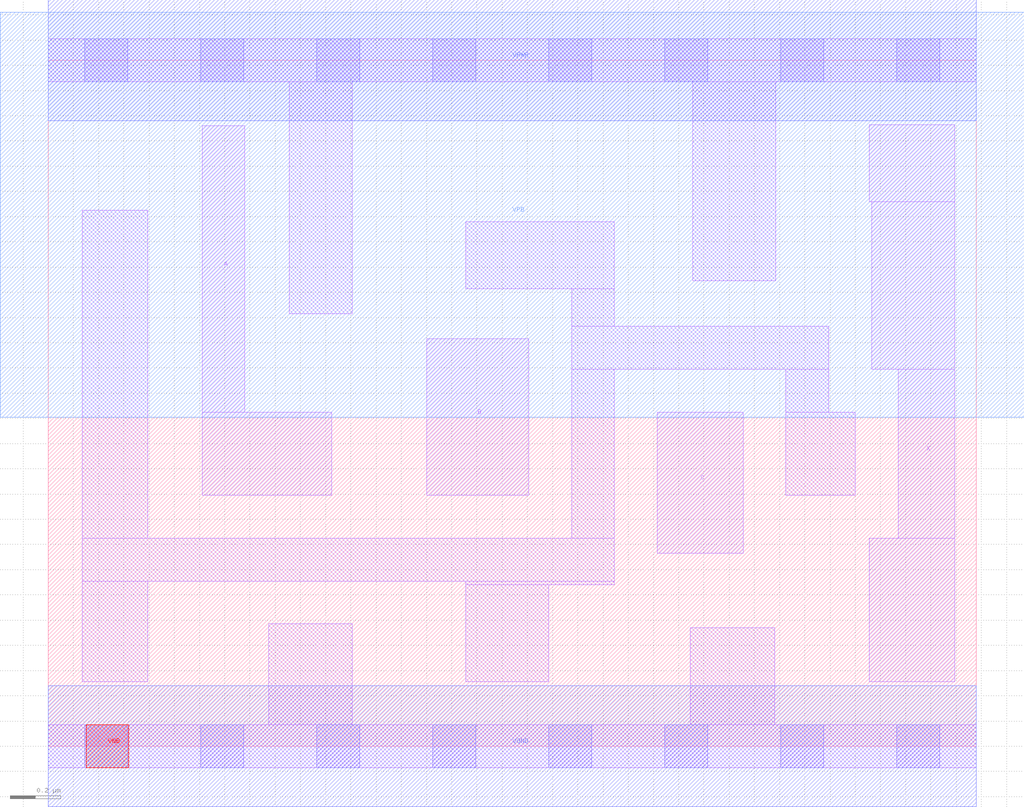
<source format=lef>
# Copyright 2020 The SkyWater PDK Authors
#
# Licensed under the Apache License, Version 2.0 (the "License");
# you may not use this file except in compliance with the License.
# You may obtain a copy of the License at
#
#     https://www.apache.org/licenses/LICENSE-2.0
#
# Unless required by applicable law or agreed to in writing, software
# distributed under the License is distributed on an "AS IS" BASIS,
# WITHOUT WARRANTIES OR CONDITIONS OF ANY KIND, either express or implied.
# See the License for the specific language governing permissions and
# limitations under the License.
#
# SPDX-License-Identifier: Apache-2.0

VERSION 5.7 ;
  NOWIREEXTENSIONATPIN ON ;
  DIVIDERCHAR "/" ;
  BUSBITCHARS "[]" ;
MACRO sky130_fd_sc_hd__maj3_1
  CLASS CORE ;
  FOREIGN sky130_fd_sc_hd__maj3_1 ;
  ORIGIN  0.000000  0.000000 ;
  SIZE  3.680000 BY  2.720000 ;
  SYMMETRY X Y R90 ;
  SITE unithd ;
  PIN A
    ANTENNAGATEAREA  0.252000 ;
    DIRECTION INPUT ;
    USE SIGNAL ;
    PORT
      LAYER li1 ;
        RECT 0.610000 0.995000 1.125000 1.325000 ;
        RECT 0.610000 1.325000 0.780000 2.460000 ;
    END
  END A
  PIN B
    ANTENNAGATEAREA  0.252000 ;
    DIRECTION INPUT ;
    USE SIGNAL ;
    PORT
      LAYER li1 ;
        RECT 1.500000 0.995000 1.905000 1.615000 ;
    END
  END B
  PIN C
    ANTENNAGATEAREA  0.252000 ;
    DIRECTION INPUT ;
    USE SIGNAL ;
    PORT
      LAYER li1 ;
        RECT 2.415000 0.765000 2.755000 1.325000 ;
    END
  END C
  PIN VNB
    PORT
      LAYER pwell ;
        RECT 0.150000 -0.085000 0.320000 0.085000 ;
    END
  END VNB
  PIN VPB
    PORT
      LAYER nwell ;
        RECT -0.190000 1.305000 3.870000 2.910000 ;
    END
  END VPB
  PIN X
    ANTENNADIFFAREA  0.602250 ;
    DIRECTION OUTPUT ;
    USE SIGNAL ;
    PORT
      LAYER li1 ;
        RECT 3.255000 0.255000 3.595000 0.825000 ;
        RECT 3.255000 2.160000 3.595000 2.465000 ;
        RECT 3.265000 1.495000 3.595000 2.160000 ;
        RECT 3.370000 0.825000 3.595000 1.495000 ;
    END
  END X
  PIN VGND
    DIRECTION INOUT ;
    SHAPE ABUTMENT ;
    USE GROUND ;
    PORT
      LAYER met1 ;
        RECT 0.000000 -0.240000 3.680000 0.240000 ;
    END
  END VGND
  PIN VPWR
    DIRECTION INOUT ;
    SHAPE ABUTMENT ;
    USE POWER ;
    PORT
      LAYER met1 ;
        RECT 0.000000 2.480000 3.680000 2.960000 ;
    END
  END VPWR
  OBS
    LAYER li1 ;
      RECT 0.000000 -0.085000 3.680000 0.085000 ;
      RECT 0.000000  2.635000 3.680000 2.805000 ;
      RECT 0.135000  0.255000 0.395000 0.655000 ;
      RECT 0.135000  0.655000 2.245000 0.825000 ;
      RECT 0.135000  0.825000 0.395000 2.125000 ;
      RECT 0.875000  0.085000 1.205000 0.485000 ;
      RECT 0.955000  1.715000 1.205000 2.635000 ;
      RECT 1.655000  0.255000 1.985000 0.640000 ;
      RECT 1.655000  0.640000 2.245000 0.655000 ;
      RECT 1.655000  1.815000 2.245000 2.080000 ;
      RECT 2.075000  0.825000 2.245000 1.495000 ;
      RECT 2.075000  1.495000 3.095000 1.665000 ;
      RECT 2.075000  1.665000 2.245000 1.815000 ;
      RECT 2.545000  0.085000 2.880000 0.470000 ;
      RECT 2.555000  1.845000 2.885000 2.635000 ;
      RECT 2.925000  0.995000 3.200000 1.325000 ;
      RECT 2.925000  1.325000 3.095000 1.495000 ;
    LAYER mcon ;
      RECT 0.145000 -0.085000 0.315000 0.085000 ;
      RECT 0.145000  2.635000 0.315000 2.805000 ;
      RECT 0.605000 -0.085000 0.775000 0.085000 ;
      RECT 0.605000  2.635000 0.775000 2.805000 ;
      RECT 1.065000 -0.085000 1.235000 0.085000 ;
      RECT 1.065000  2.635000 1.235000 2.805000 ;
      RECT 1.525000 -0.085000 1.695000 0.085000 ;
      RECT 1.525000  2.635000 1.695000 2.805000 ;
      RECT 1.985000 -0.085000 2.155000 0.085000 ;
      RECT 1.985000  2.635000 2.155000 2.805000 ;
      RECT 2.445000 -0.085000 2.615000 0.085000 ;
      RECT 2.445000  2.635000 2.615000 2.805000 ;
      RECT 2.905000 -0.085000 3.075000 0.085000 ;
      RECT 2.905000  2.635000 3.075000 2.805000 ;
      RECT 3.365000 -0.085000 3.535000 0.085000 ;
      RECT 3.365000  2.635000 3.535000 2.805000 ;
  END
END sky130_fd_sc_hd__maj3_1
END LIBRARY

</source>
